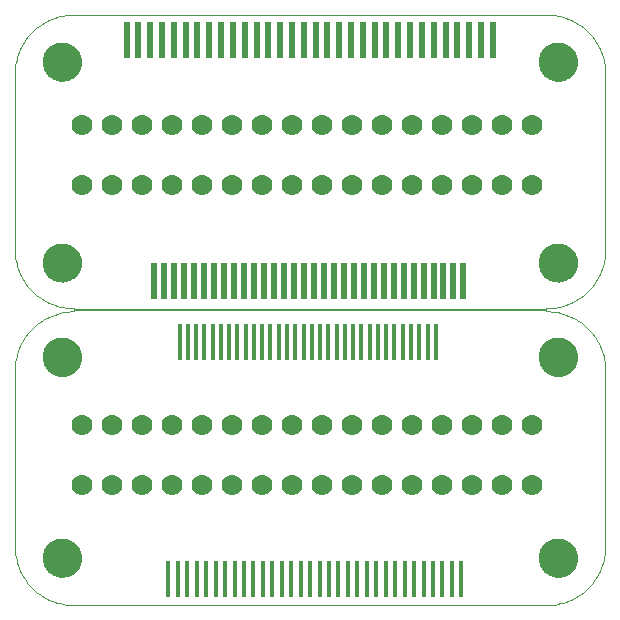
<source format=gbs>
G75*
G70*
%OFA0B0*%
%FSLAX24Y24*%
%IPPOS*%
%LPD*%
%AMOC8*
5,1,8,0,0,1.08239X$1,22.5*
%
%ADD10C,0.0000*%
%ADD11C,0.1300*%
%ADD12C,0.0004*%
%ADD13R,1.5748X0.0098*%
%ADD14C,0.0700*%
%ADD15R,0.0120X0.1240*%
%ADD16R,0.0160X0.1240*%
%ADD17R,0.0200X0.1240*%
D10*
X001056Y001686D02*
X001058Y001736D01*
X001064Y001786D01*
X001074Y001835D01*
X001088Y001883D01*
X001105Y001930D01*
X001126Y001975D01*
X001151Y002019D01*
X001179Y002060D01*
X001211Y002099D01*
X001245Y002136D01*
X001282Y002170D01*
X001322Y002200D01*
X001364Y002227D01*
X001408Y002251D01*
X001454Y002272D01*
X001501Y002288D01*
X001549Y002301D01*
X001599Y002310D01*
X001648Y002315D01*
X001699Y002316D01*
X001749Y002313D01*
X001798Y002306D01*
X001847Y002295D01*
X001895Y002280D01*
X001941Y002262D01*
X001986Y002240D01*
X002029Y002214D01*
X002070Y002185D01*
X002109Y002153D01*
X002145Y002118D01*
X002177Y002080D01*
X002207Y002040D01*
X002234Y001997D01*
X002257Y001953D01*
X002276Y001907D01*
X002292Y001859D01*
X002304Y001810D01*
X002312Y001761D01*
X002316Y001711D01*
X002316Y001661D01*
X002312Y001611D01*
X002304Y001562D01*
X002292Y001513D01*
X002276Y001465D01*
X002257Y001419D01*
X002234Y001375D01*
X002207Y001332D01*
X002177Y001292D01*
X002145Y001254D01*
X002109Y001219D01*
X002070Y001187D01*
X002029Y001158D01*
X001986Y001132D01*
X001941Y001110D01*
X001895Y001092D01*
X001847Y001077D01*
X001798Y001066D01*
X001749Y001059D01*
X001699Y001056D01*
X001648Y001057D01*
X001599Y001062D01*
X001549Y001071D01*
X001501Y001084D01*
X001454Y001100D01*
X001408Y001121D01*
X001364Y001145D01*
X001322Y001172D01*
X001282Y001202D01*
X001245Y001236D01*
X001211Y001273D01*
X001179Y001312D01*
X001151Y001353D01*
X001126Y001397D01*
X001105Y001442D01*
X001088Y001489D01*
X001074Y001537D01*
X001064Y001586D01*
X001058Y001636D01*
X001056Y001686D01*
X001056Y008379D02*
X001058Y008429D01*
X001064Y008479D01*
X001074Y008528D01*
X001088Y008576D01*
X001105Y008623D01*
X001126Y008668D01*
X001151Y008712D01*
X001179Y008753D01*
X001211Y008792D01*
X001245Y008829D01*
X001282Y008863D01*
X001322Y008893D01*
X001364Y008920D01*
X001408Y008944D01*
X001454Y008965D01*
X001501Y008981D01*
X001549Y008994D01*
X001599Y009003D01*
X001648Y009008D01*
X001699Y009009D01*
X001749Y009006D01*
X001798Y008999D01*
X001847Y008988D01*
X001895Y008973D01*
X001941Y008955D01*
X001986Y008933D01*
X002029Y008907D01*
X002070Y008878D01*
X002109Y008846D01*
X002145Y008811D01*
X002177Y008773D01*
X002207Y008733D01*
X002234Y008690D01*
X002257Y008646D01*
X002276Y008600D01*
X002292Y008552D01*
X002304Y008503D01*
X002312Y008454D01*
X002316Y008404D01*
X002316Y008354D01*
X002312Y008304D01*
X002304Y008255D01*
X002292Y008206D01*
X002276Y008158D01*
X002257Y008112D01*
X002234Y008068D01*
X002207Y008025D01*
X002177Y007985D01*
X002145Y007947D01*
X002109Y007912D01*
X002070Y007880D01*
X002029Y007851D01*
X001986Y007825D01*
X001941Y007803D01*
X001895Y007785D01*
X001847Y007770D01*
X001798Y007759D01*
X001749Y007752D01*
X001699Y007749D01*
X001648Y007750D01*
X001599Y007755D01*
X001549Y007764D01*
X001501Y007777D01*
X001454Y007793D01*
X001408Y007814D01*
X001364Y007838D01*
X001322Y007865D01*
X001282Y007895D01*
X001245Y007929D01*
X001211Y007966D01*
X001179Y008005D01*
X001151Y008046D01*
X001126Y008090D01*
X001105Y008135D01*
X001088Y008182D01*
X001074Y008230D01*
X001064Y008279D01*
X001058Y008329D01*
X001056Y008379D01*
X001056Y011528D02*
X001058Y011578D01*
X001064Y011628D01*
X001074Y011677D01*
X001088Y011725D01*
X001105Y011772D01*
X001126Y011817D01*
X001151Y011861D01*
X001179Y011902D01*
X001211Y011941D01*
X001245Y011978D01*
X001282Y012012D01*
X001322Y012042D01*
X001364Y012069D01*
X001408Y012093D01*
X001454Y012114D01*
X001501Y012130D01*
X001549Y012143D01*
X001599Y012152D01*
X001648Y012157D01*
X001699Y012158D01*
X001749Y012155D01*
X001798Y012148D01*
X001847Y012137D01*
X001895Y012122D01*
X001941Y012104D01*
X001986Y012082D01*
X002029Y012056D01*
X002070Y012027D01*
X002109Y011995D01*
X002145Y011960D01*
X002177Y011922D01*
X002207Y011882D01*
X002234Y011839D01*
X002257Y011795D01*
X002276Y011749D01*
X002292Y011701D01*
X002304Y011652D01*
X002312Y011603D01*
X002316Y011553D01*
X002316Y011503D01*
X002312Y011453D01*
X002304Y011404D01*
X002292Y011355D01*
X002276Y011307D01*
X002257Y011261D01*
X002234Y011217D01*
X002207Y011174D01*
X002177Y011134D01*
X002145Y011096D01*
X002109Y011061D01*
X002070Y011029D01*
X002029Y011000D01*
X001986Y010974D01*
X001941Y010952D01*
X001895Y010934D01*
X001847Y010919D01*
X001798Y010908D01*
X001749Y010901D01*
X001699Y010898D01*
X001648Y010899D01*
X001599Y010904D01*
X001549Y010913D01*
X001501Y010926D01*
X001454Y010942D01*
X001408Y010963D01*
X001364Y010987D01*
X001322Y011014D01*
X001282Y011044D01*
X001245Y011078D01*
X001211Y011115D01*
X001179Y011154D01*
X001151Y011195D01*
X001126Y011239D01*
X001105Y011284D01*
X001088Y011331D01*
X001074Y011379D01*
X001064Y011428D01*
X001058Y011478D01*
X001056Y011528D01*
X001056Y018221D02*
X001058Y018271D01*
X001064Y018321D01*
X001074Y018370D01*
X001088Y018418D01*
X001105Y018465D01*
X001126Y018510D01*
X001151Y018554D01*
X001179Y018595D01*
X001211Y018634D01*
X001245Y018671D01*
X001282Y018705D01*
X001322Y018735D01*
X001364Y018762D01*
X001408Y018786D01*
X001454Y018807D01*
X001501Y018823D01*
X001549Y018836D01*
X001599Y018845D01*
X001648Y018850D01*
X001699Y018851D01*
X001749Y018848D01*
X001798Y018841D01*
X001847Y018830D01*
X001895Y018815D01*
X001941Y018797D01*
X001986Y018775D01*
X002029Y018749D01*
X002070Y018720D01*
X002109Y018688D01*
X002145Y018653D01*
X002177Y018615D01*
X002207Y018575D01*
X002234Y018532D01*
X002257Y018488D01*
X002276Y018442D01*
X002292Y018394D01*
X002304Y018345D01*
X002312Y018296D01*
X002316Y018246D01*
X002316Y018196D01*
X002312Y018146D01*
X002304Y018097D01*
X002292Y018048D01*
X002276Y018000D01*
X002257Y017954D01*
X002234Y017910D01*
X002207Y017867D01*
X002177Y017827D01*
X002145Y017789D01*
X002109Y017754D01*
X002070Y017722D01*
X002029Y017693D01*
X001986Y017667D01*
X001941Y017645D01*
X001895Y017627D01*
X001847Y017612D01*
X001798Y017601D01*
X001749Y017594D01*
X001699Y017591D01*
X001648Y017592D01*
X001599Y017597D01*
X001549Y017606D01*
X001501Y017619D01*
X001454Y017635D01*
X001408Y017656D01*
X001364Y017680D01*
X001322Y017707D01*
X001282Y017737D01*
X001245Y017771D01*
X001211Y017808D01*
X001179Y017847D01*
X001151Y017888D01*
X001126Y017932D01*
X001105Y017977D01*
X001088Y018024D01*
X001074Y018072D01*
X001064Y018121D01*
X001058Y018171D01*
X001056Y018221D01*
X017591Y018221D02*
X017593Y018271D01*
X017599Y018321D01*
X017609Y018370D01*
X017623Y018418D01*
X017640Y018465D01*
X017661Y018510D01*
X017686Y018554D01*
X017714Y018595D01*
X017746Y018634D01*
X017780Y018671D01*
X017817Y018705D01*
X017857Y018735D01*
X017899Y018762D01*
X017943Y018786D01*
X017989Y018807D01*
X018036Y018823D01*
X018084Y018836D01*
X018134Y018845D01*
X018183Y018850D01*
X018234Y018851D01*
X018284Y018848D01*
X018333Y018841D01*
X018382Y018830D01*
X018430Y018815D01*
X018476Y018797D01*
X018521Y018775D01*
X018564Y018749D01*
X018605Y018720D01*
X018644Y018688D01*
X018680Y018653D01*
X018712Y018615D01*
X018742Y018575D01*
X018769Y018532D01*
X018792Y018488D01*
X018811Y018442D01*
X018827Y018394D01*
X018839Y018345D01*
X018847Y018296D01*
X018851Y018246D01*
X018851Y018196D01*
X018847Y018146D01*
X018839Y018097D01*
X018827Y018048D01*
X018811Y018000D01*
X018792Y017954D01*
X018769Y017910D01*
X018742Y017867D01*
X018712Y017827D01*
X018680Y017789D01*
X018644Y017754D01*
X018605Y017722D01*
X018564Y017693D01*
X018521Y017667D01*
X018476Y017645D01*
X018430Y017627D01*
X018382Y017612D01*
X018333Y017601D01*
X018284Y017594D01*
X018234Y017591D01*
X018183Y017592D01*
X018134Y017597D01*
X018084Y017606D01*
X018036Y017619D01*
X017989Y017635D01*
X017943Y017656D01*
X017899Y017680D01*
X017857Y017707D01*
X017817Y017737D01*
X017780Y017771D01*
X017746Y017808D01*
X017714Y017847D01*
X017686Y017888D01*
X017661Y017932D01*
X017640Y017977D01*
X017623Y018024D01*
X017609Y018072D01*
X017599Y018121D01*
X017593Y018171D01*
X017591Y018221D01*
X017591Y011528D02*
X017593Y011578D01*
X017599Y011628D01*
X017609Y011677D01*
X017623Y011725D01*
X017640Y011772D01*
X017661Y011817D01*
X017686Y011861D01*
X017714Y011902D01*
X017746Y011941D01*
X017780Y011978D01*
X017817Y012012D01*
X017857Y012042D01*
X017899Y012069D01*
X017943Y012093D01*
X017989Y012114D01*
X018036Y012130D01*
X018084Y012143D01*
X018134Y012152D01*
X018183Y012157D01*
X018234Y012158D01*
X018284Y012155D01*
X018333Y012148D01*
X018382Y012137D01*
X018430Y012122D01*
X018476Y012104D01*
X018521Y012082D01*
X018564Y012056D01*
X018605Y012027D01*
X018644Y011995D01*
X018680Y011960D01*
X018712Y011922D01*
X018742Y011882D01*
X018769Y011839D01*
X018792Y011795D01*
X018811Y011749D01*
X018827Y011701D01*
X018839Y011652D01*
X018847Y011603D01*
X018851Y011553D01*
X018851Y011503D01*
X018847Y011453D01*
X018839Y011404D01*
X018827Y011355D01*
X018811Y011307D01*
X018792Y011261D01*
X018769Y011217D01*
X018742Y011174D01*
X018712Y011134D01*
X018680Y011096D01*
X018644Y011061D01*
X018605Y011029D01*
X018564Y011000D01*
X018521Y010974D01*
X018476Y010952D01*
X018430Y010934D01*
X018382Y010919D01*
X018333Y010908D01*
X018284Y010901D01*
X018234Y010898D01*
X018183Y010899D01*
X018134Y010904D01*
X018084Y010913D01*
X018036Y010926D01*
X017989Y010942D01*
X017943Y010963D01*
X017899Y010987D01*
X017857Y011014D01*
X017817Y011044D01*
X017780Y011078D01*
X017746Y011115D01*
X017714Y011154D01*
X017686Y011195D01*
X017661Y011239D01*
X017640Y011284D01*
X017623Y011331D01*
X017609Y011379D01*
X017599Y011428D01*
X017593Y011478D01*
X017591Y011528D01*
X017591Y008379D02*
X017593Y008429D01*
X017599Y008479D01*
X017609Y008528D01*
X017623Y008576D01*
X017640Y008623D01*
X017661Y008668D01*
X017686Y008712D01*
X017714Y008753D01*
X017746Y008792D01*
X017780Y008829D01*
X017817Y008863D01*
X017857Y008893D01*
X017899Y008920D01*
X017943Y008944D01*
X017989Y008965D01*
X018036Y008981D01*
X018084Y008994D01*
X018134Y009003D01*
X018183Y009008D01*
X018234Y009009D01*
X018284Y009006D01*
X018333Y008999D01*
X018382Y008988D01*
X018430Y008973D01*
X018476Y008955D01*
X018521Y008933D01*
X018564Y008907D01*
X018605Y008878D01*
X018644Y008846D01*
X018680Y008811D01*
X018712Y008773D01*
X018742Y008733D01*
X018769Y008690D01*
X018792Y008646D01*
X018811Y008600D01*
X018827Y008552D01*
X018839Y008503D01*
X018847Y008454D01*
X018851Y008404D01*
X018851Y008354D01*
X018847Y008304D01*
X018839Y008255D01*
X018827Y008206D01*
X018811Y008158D01*
X018792Y008112D01*
X018769Y008068D01*
X018742Y008025D01*
X018712Y007985D01*
X018680Y007947D01*
X018644Y007912D01*
X018605Y007880D01*
X018564Y007851D01*
X018521Y007825D01*
X018476Y007803D01*
X018430Y007785D01*
X018382Y007770D01*
X018333Y007759D01*
X018284Y007752D01*
X018234Y007749D01*
X018183Y007750D01*
X018134Y007755D01*
X018084Y007764D01*
X018036Y007777D01*
X017989Y007793D01*
X017943Y007814D01*
X017899Y007838D01*
X017857Y007865D01*
X017817Y007895D01*
X017780Y007929D01*
X017746Y007966D01*
X017714Y008005D01*
X017686Y008046D01*
X017661Y008090D01*
X017640Y008135D01*
X017623Y008182D01*
X017609Y008230D01*
X017599Y008279D01*
X017593Y008329D01*
X017591Y008379D01*
X017591Y001686D02*
X017593Y001736D01*
X017599Y001786D01*
X017609Y001835D01*
X017623Y001883D01*
X017640Y001930D01*
X017661Y001975D01*
X017686Y002019D01*
X017714Y002060D01*
X017746Y002099D01*
X017780Y002136D01*
X017817Y002170D01*
X017857Y002200D01*
X017899Y002227D01*
X017943Y002251D01*
X017989Y002272D01*
X018036Y002288D01*
X018084Y002301D01*
X018134Y002310D01*
X018183Y002315D01*
X018234Y002316D01*
X018284Y002313D01*
X018333Y002306D01*
X018382Y002295D01*
X018430Y002280D01*
X018476Y002262D01*
X018521Y002240D01*
X018564Y002214D01*
X018605Y002185D01*
X018644Y002153D01*
X018680Y002118D01*
X018712Y002080D01*
X018742Y002040D01*
X018769Y001997D01*
X018792Y001953D01*
X018811Y001907D01*
X018827Y001859D01*
X018839Y001810D01*
X018847Y001761D01*
X018851Y001711D01*
X018851Y001661D01*
X018847Y001611D01*
X018839Y001562D01*
X018827Y001513D01*
X018811Y001465D01*
X018792Y001419D01*
X018769Y001375D01*
X018742Y001332D01*
X018712Y001292D01*
X018680Y001254D01*
X018644Y001219D01*
X018605Y001187D01*
X018564Y001158D01*
X018521Y001132D01*
X018476Y001110D01*
X018430Y001092D01*
X018382Y001077D01*
X018333Y001066D01*
X018284Y001059D01*
X018234Y001056D01*
X018183Y001057D01*
X018134Y001062D01*
X018084Y001071D01*
X018036Y001084D01*
X017989Y001100D01*
X017943Y001121D01*
X017899Y001145D01*
X017857Y001172D01*
X017817Y001202D01*
X017780Y001236D01*
X017746Y001273D01*
X017714Y001312D01*
X017686Y001353D01*
X017661Y001397D01*
X017640Y001442D01*
X017623Y001489D01*
X017609Y001537D01*
X017599Y001586D01*
X017593Y001636D01*
X017591Y001686D01*
D11*
X001686Y001686D03*
X001686Y008379D03*
X001686Y011528D03*
X001686Y018221D03*
X018221Y018221D03*
X018221Y011528D03*
X018221Y008379D03*
X018221Y001686D03*
D12*
X019796Y002079D02*
X019794Y001985D01*
X019787Y001892D01*
X019776Y001799D01*
X019760Y001706D01*
X019740Y001615D01*
X019716Y001524D01*
X019688Y001435D01*
X019655Y001347D01*
X019618Y001261D01*
X019577Y001177D01*
X019532Y001095D01*
X019483Y001014D01*
X019431Y000937D01*
X019375Y000862D01*
X019315Y000790D01*
X019252Y000720D01*
X019186Y000654D01*
X019116Y000591D01*
X019044Y000531D01*
X018969Y000475D01*
X018892Y000423D01*
X018812Y000374D01*
X018729Y000329D01*
X018645Y000288D01*
X018559Y000251D01*
X018471Y000218D01*
X018382Y000190D01*
X018291Y000166D01*
X018200Y000146D01*
X018107Y000130D01*
X018014Y000119D01*
X017921Y000112D01*
X017827Y000110D01*
X017827Y000111D02*
X002079Y000111D01*
X002079Y000110D02*
X001985Y000112D01*
X001892Y000119D01*
X001799Y000130D01*
X001706Y000146D01*
X001615Y000166D01*
X001524Y000190D01*
X001435Y000218D01*
X001347Y000251D01*
X001261Y000288D01*
X001177Y000329D01*
X001094Y000374D01*
X001014Y000423D01*
X000937Y000475D01*
X000862Y000531D01*
X000790Y000591D01*
X000720Y000654D01*
X000654Y000720D01*
X000591Y000790D01*
X000531Y000862D01*
X000475Y000937D01*
X000423Y001014D01*
X000374Y001095D01*
X000329Y001177D01*
X000288Y001261D01*
X000251Y001347D01*
X000218Y001435D01*
X000190Y001524D01*
X000166Y001615D01*
X000146Y001706D01*
X000130Y001799D01*
X000119Y001892D01*
X000112Y001985D01*
X000110Y002079D01*
X000111Y002079D02*
X000111Y007936D01*
X000110Y007936D02*
X000112Y008030D01*
X000119Y008123D01*
X000130Y008216D01*
X000146Y008309D01*
X000166Y008400D01*
X000190Y008491D01*
X000218Y008580D01*
X000251Y008668D01*
X000288Y008754D01*
X000329Y008838D01*
X000374Y008921D01*
X000423Y009001D01*
X000475Y009078D01*
X000531Y009153D01*
X000591Y009225D01*
X000654Y009295D01*
X000720Y009361D01*
X000790Y009424D01*
X000862Y009484D01*
X000937Y009540D01*
X001014Y009592D01*
X001094Y009641D01*
X001177Y009686D01*
X001261Y009727D01*
X001347Y009764D01*
X001435Y009797D01*
X001524Y009825D01*
X001615Y009849D01*
X001706Y009869D01*
X001799Y009885D01*
X001892Y009896D01*
X001985Y009903D01*
X002079Y009905D01*
X002079Y009904D02*
X002079Y010003D01*
X002079Y010002D02*
X001985Y010004D01*
X001892Y010011D01*
X001799Y010022D01*
X001706Y010038D01*
X001615Y010058D01*
X001524Y010082D01*
X001435Y010110D01*
X001347Y010143D01*
X001261Y010180D01*
X001177Y010221D01*
X001094Y010266D01*
X001014Y010315D01*
X000937Y010367D01*
X000862Y010423D01*
X000790Y010483D01*
X000720Y010546D01*
X000654Y010612D01*
X000591Y010682D01*
X000531Y010754D01*
X000475Y010829D01*
X000423Y010906D01*
X000374Y010987D01*
X000329Y011069D01*
X000288Y011153D01*
X000251Y011239D01*
X000218Y011327D01*
X000190Y011416D01*
X000166Y011507D01*
X000146Y011598D01*
X000130Y011691D01*
X000119Y011784D01*
X000112Y011877D01*
X000110Y011971D01*
X000111Y011971D02*
X000111Y017827D01*
X000110Y017827D02*
X000112Y017921D01*
X000119Y018014D01*
X000130Y018107D01*
X000146Y018200D01*
X000166Y018291D01*
X000190Y018382D01*
X000218Y018471D01*
X000251Y018559D01*
X000288Y018645D01*
X000329Y018729D01*
X000374Y018812D01*
X000423Y018892D01*
X000475Y018969D01*
X000531Y019044D01*
X000591Y019116D01*
X000654Y019186D01*
X000720Y019252D01*
X000790Y019315D01*
X000862Y019375D01*
X000937Y019431D01*
X001014Y019483D01*
X001094Y019532D01*
X001177Y019577D01*
X001261Y019618D01*
X001347Y019655D01*
X001435Y019688D01*
X001524Y019716D01*
X001615Y019740D01*
X001706Y019760D01*
X001799Y019776D01*
X001892Y019787D01*
X001985Y019794D01*
X002079Y019796D01*
X017827Y019796D01*
X017921Y019794D01*
X018014Y019787D01*
X018107Y019776D01*
X018200Y019760D01*
X018291Y019740D01*
X018382Y019716D01*
X018471Y019688D01*
X018559Y019655D01*
X018645Y019618D01*
X018729Y019577D01*
X018811Y019532D01*
X018892Y019483D01*
X018969Y019431D01*
X019044Y019375D01*
X019116Y019315D01*
X019186Y019252D01*
X019252Y019186D01*
X019315Y019116D01*
X019375Y019044D01*
X019431Y018969D01*
X019483Y018892D01*
X019532Y018811D01*
X019577Y018729D01*
X019618Y018645D01*
X019655Y018559D01*
X019688Y018471D01*
X019716Y018382D01*
X019740Y018291D01*
X019760Y018200D01*
X019776Y018107D01*
X019787Y018014D01*
X019794Y017921D01*
X019796Y017827D01*
X019796Y011971D01*
X019794Y011877D01*
X019787Y011784D01*
X019776Y011691D01*
X019760Y011598D01*
X019740Y011507D01*
X019716Y011416D01*
X019688Y011327D01*
X019655Y011239D01*
X019618Y011153D01*
X019577Y011069D01*
X019532Y010987D01*
X019483Y010906D01*
X019431Y010829D01*
X019375Y010754D01*
X019315Y010682D01*
X019252Y010612D01*
X019186Y010546D01*
X019116Y010483D01*
X019044Y010423D01*
X018969Y010367D01*
X018892Y010315D01*
X018812Y010266D01*
X018729Y010221D01*
X018645Y010180D01*
X018559Y010143D01*
X018471Y010110D01*
X018382Y010082D01*
X018291Y010058D01*
X018200Y010038D01*
X018107Y010022D01*
X018014Y010011D01*
X017921Y010004D01*
X017827Y010002D01*
X017827Y010003D02*
X017827Y009904D01*
X017827Y009905D02*
X017921Y009903D01*
X018014Y009896D01*
X018107Y009885D01*
X018200Y009869D01*
X018291Y009849D01*
X018382Y009825D01*
X018471Y009797D01*
X018559Y009764D01*
X018645Y009727D01*
X018729Y009686D01*
X018811Y009641D01*
X018892Y009592D01*
X018969Y009540D01*
X019044Y009484D01*
X019116Y009424D01*
X019186Y009361D01*
X019252Y009295D01*
X019315Y009225D01*
X019375Y009153D01*
X019431Y009078D01*
X019483Y009001D01*
X019532Y008920D01*
X019577Y008838D01*
X019618Y008754D01*
X019655Y008668D01*
X019688Y008580D01*
X019716Y008491D01*
X019740Y008400D01*
X019760Y008309D01*
X019776Y008216D01*
X019787Y008123D01*
X019794Y008030D01*
X019796Y007936D01*
X019796Y002079D01*
D13*
X009953Y009953D03*
D14*
X010361Y006111D03*
X011361Y006111D03*
X012361Y006111D03*
X013361Y006111D03*
X014361Y006111D03*
X015361Y006111D03*
X016361Y006111D03*
X017361Y006111D03*
X017361Y004111D03*
X016361Y004111D03*
X015361Y004111D03*
X014361Y004111D03*
X013361Y004111D03*
X012361Y004111D03*
X011361Y004111D03*
X010361Y004111D03*
X009361Y004111D03*
X008361Y004111D03*
X007361Y004111D03*
X006361Y004111D03*
X005361Y004111D03*
X004361Y004111D03*
X003361Y004111D03*
X002361Y004111D03*
X002361Y006111D03*
X003361Y006111D03*
X004361Y006111D03*
X005361Y006111D03*
X006361Y006111D03*
X007361Y006111D03*
X008361Y006111D03*
X009361Y006111D03*
X009361Y014111D03*
X010361Y014111D03*
X011361Y014111D03*
X012361Y014111D03*
X013361Y014111D03*
X014361Y014111D03*
X015361Y014111D03*
X016361Y014111D03*
X017361Y014111D03*
X017361Y016111D03*
X016361Y016111D03*
X015361Y016111D03*
X014361Y016111D03*
X013361Y016111D03*
X012361Y016111D03*
X011361Y016111D03*
X010361Y016111D03*
X009361Y016111D03*
X008361Y016111D03*
X007361Y016111D03*
X006361Y016111D03*
X005361Y016111D03*
X004361Y016111D03*
X003361Y016111D03*
X002361Y016111D03*
X002361Y014111D03*
X003361Y014111D03*
X004361Y014111D03*
X005361Y014111D03*
X006361Y014111D03*
X007361Y014111D03*
X008361Y014111D03*
D15*
X008355Y008883D03*
X008079Y008883D03*
X007804Y008883D03*
X007528Y008883D03*
X007253Y008883D03*
X006977Y008883D03*
X006701Y008883D03*
X006426Y008883D03*
X006150Y008883D03*
X005875Y008883D03*
X005599Y008883D03*
X008631Y008883D03*
X008906Y008883D03*
X009182Y008883D03*
X009457Y008883D03*
X009733Y008883D03*
X010009Y008883D03*
X010284Y008883D03*
X010560Y008883D03*
X010835Y008883D03*
X011111Y008883D03*
X011386Y008883D03*
X011662Y008883D03*
X011938Y008883D03*
X012213Y008883D03*
X012489Y008883D03*
X012764Y008883D03*
X013040Y008883D03*
X013316Y008883D03*
X013591Y008883D03*
X013867Y008883D03*
X014142Y008883D03*
D16*
X014048Y000997D03*
X014363Y000997D03*
X014678Y000997D03*
X014993Y000997D03*
X013733Y000997D03*
X013418Y000997D03*
X013103Y000997D03*
X012788Y000997D03*
X012473Y000997D03*
X012158Y000997D03*
X011843Y000997D03*
X011528Y000997D03*
X011213Y000997D03*
X010898Y000997D03*
X010583Y000997D03*
X010268Y000997D03*
X009953Y000997D03*
X009638Y000997D03*
X009323Y000997D03*
X009009Y000997D03*
X008694Y000997D03*
X008379Y000997D03*
X008064Y000997D03*
X007749Y000997D03*
X007434Y000997D03*
X007119Y000997D03*
X006804Y000997D03*
X006489Y000997D03*
X006174Y000997D03*
X005859Y000997D03*
X005544Y000997D03*
X005229Y000997D03*
D17*
X005083Y010900D03*
X004751Y010900D03*
X005416Y010900D03*
X005749Y010900D03*
X006081Y010900D03*
X006414Y010900D03*
X006747Y010900D03*
X007079Y010900D03*
X007412Y010900D03*
X007745Y010900D03*
X008077Y010900D03*
X008410Y010900D03*
X008743Y010900D03*
X009075Y010900D03*
X009408Y010900D03*
X009741Y010900D03*
X010073Y010900D03*
X010406Y010900D03*
X010739Y010900D03*
X011071Y010900D03*
X011404Y010900D03*
X011737Y010900D03*
X012070Y010900D03*
X012402Y010900D03*
X012735Y010900D03*
X013068Y010900D03*
X013400Y010900D03*
X013733Y010900D03*
X014066Y010900D03*
X014398Y010900D03*
X014731Y010900D03*
X015064Y010900D03*
X015253Y018958D03*
X014860Y018958D03*
X014466Y018958D03*
X014072Y018958D03*
X013679Y018958D03*
X013285Y018958D03*
X012891Y018958D03*
X012498Y018958D03*
X012104Y018958D03*
X011710Y018958D03*
X011316Y018958D03*
X010923Y018958D03*
X010529Y018958D03*
X010135Y018958D03*
X009742Y018958D03*
X009348Y018958D03*
X008954Y018958D03*
X008561Y018958D03*
X008167Y018958D03*
X007773Y018958D03*
X007379Y018958D03*
X006986Y018958D03*
X006592Y018958D03*
X006198Y018958D03*
X005805Y018958D03*
X005411Y018958D03*
X005017Y018958D03*
X004624Y018958D03*
X004230Y018958D03*
X003836Y018958D03*
X015647Y018958D03*
X016041Y018958D03*
M02*

</source>
